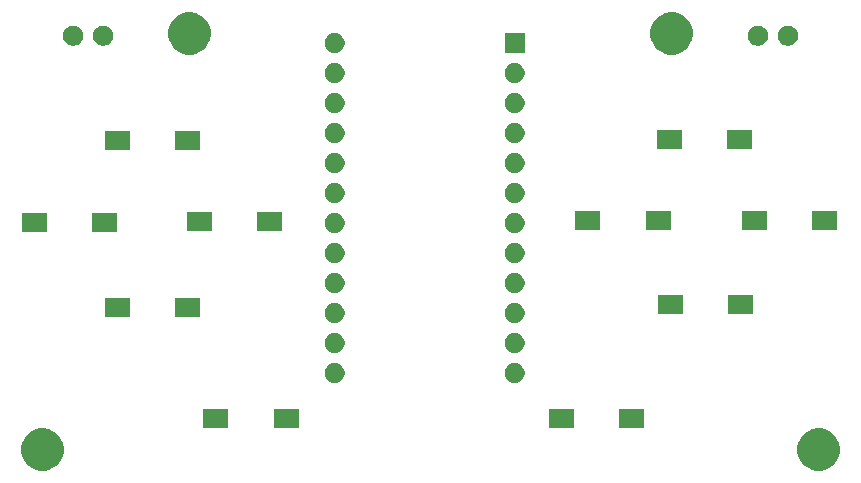
<source format=gbr>
G04 #@! TF.GenerationSoftware,KiCad,Pcbnew,5.0.2+dfsg1-1~bpo9+1*
G04 #@! TF.CreationDate,2018-12-22T15:32:15+00:00*
G04 #@! TF.ProjectId,arduino_controller,61726475-696e-46f5-9f63-6f6e74726f6c,rev?*
G04 #@! TF.SameCoordinates,Original*
G04 #@! TF.FileFunction,Soldermask,Top*
G04 #@! TF.FilePolarity,Negative*
%FSLAX46Y46*%
G04 Gerber Fmt 4.6, Leading zero omitted, Abs format (unit mm)*
G04 Created by KiCad (PCBNEW 5.0.2+dfsg1-1~bpo9+1) date Sat 22 Dec 2018 15:32:15 GMT*
%MOMM*%
%LPD*%
G01*
G04 APERTURE LIST*
%ADD10C,0.100000*%
G04 APERTURE END LIST*
D10*
G36*
X83773831Y-185212211D02*
X84101592Y-185347974D01*
X84396573Y-185545074D01*
X84647426Y-185795927D01*
X84844526Y-186090908D01*
X84980289Y-186418669D01*
X85049500Y-186766616D01*
X85049500Y-187121384D01*
X84980289Y-187469331D01*
X84844526Y-187797092D01*
X84647426Y-188092073D01*
X84396573Y-188342926D01*
X84101592Y-188540026D01*
X83773831Y-188675789D01*
X83425884Y-188745000D01*
X83071116Y-188745000D01*
X82723169Y-188675789D01*
X82395408Y-188540026D01*
X82100427Y-188342926D01*
X81849574Y-188092073D01*
X81652474Y-187797092D01*
X81516711Y-187469331D01*
X81447500Y-187121384D01*
X81447500Y-186766616D01*
X81516711Y-186418669D01*
X81652474Y-186090908D01*
X81849574Y-185795927D01*
X82100427Y-185545074D01*
X82395408Y-185347974D01*
X82723169Y-185212211D01*
X83071116Y-185143000D01*
X83425884Y-185143000D01*
X83773831Y-185212211D01*
X83773831Y-185212211D01*
G37*
G36*
X18051331Y-185212211D02*
X18379092Y-185347974D01*
X18674073Y-185545074D01*
X18924926Y-185795927D01*
X19122026Y-186090908D01*
X19257789Y-186418669D01*
X19327000Y-186766616D01*
X19327000Y-187121384D01*
X19257789Y-187469331D01*
X19122026Y-187797092D01*
X18924926Y-188092073D01*
X18674073Y-188342926D01*
X18379092Y-188540026D01*
X18051331Y-188675789D01*
X17703384Y-188745000D01*
X17348616Y-188745000D01*
X17000669Y-188675789D01*
X16672908Y-188540026D01*
X16377927Y-188342926D01*
X16127074Y-188092073D01*
X15929974Y-187797092D01*
X15794211Y-187469331D01*
X15725000Y-187121384D01*
X15725000Y-186766616D01*
X15794211Y-186418669D01*
X15929974Y-186090908D01*
X16127074Y-185795927D01*
X16377927Y-185545074D01*
X16672908Y-185347974D01*
X17000669Y-185212211D01*
X17348616Y-185143000D01*
X17703384Y-185143000D01*
X18051331Y-185212211D01*
X18051331Y-185212211D01*
G37*
G36*
X39214500Y-185141500D02*
X37112500Y-185141500D01*
X37112500Y-183539500D01*
X39214500Y-183539500D01*
X39214500Y-185141500D01*
X39214500Y-185141500D01*
G37*
G36*
X33245500Y-185141500D02*
X31143500Y-185141500D01*
X31143500Y-183539500D01*
X33245500Y-183539500D01*
X33245500Y-185141500D01*
X33245500Y-185141500D01*
G37*
G36*
X62519000Y-185078000D02*
X60417000Y-185078000D01*
X60417000Y-183476000D01*
X62519000Y-183476000D01*
X62519000Y-185078000D01*
X62519000Y-185078000D01*
G37*
G36*
X68488000Y-185078000D02*
X66386000Y-185078000D01*
X66386000Y-183476000D01*
X68488000Y-183476000D01*
X68488000Y-185078000D01*
X68488000Y-185078000D01*
G37*
G36*
X42513728Y-179631203D02*
X42668600Y-179695353D01*
X42807981Y-179788485D01*
X42926515Y-179907019D01*
X43019647Y-180046400D01*
X43083797Y-180201272D01*
X43116500Y-180365684D01*
X43116500Y-180533316D01*
X43083797Y-180697728D01*
X43019647Y-180852600D01*
X42926515Y-180991981D01*
X42807981Y-181110515D01*
X42668600Y-181203647D01*
X42513728Y-181267797D01*
X42349316Y-181300500D01*
X42181684Y-181300500D01*
X42017272Y-181267797D01*
X41862400Y-181203647D01*
X41723019Y-181110515D01*
X41604485Y-180991981D01*
X41511353Y-180852600D01*
X41447203Y-180697728D01*
X41414500Y-180533316D01*
X41414500Y-180365684D01*
X41447203Y-180201272D01*
X41511353Y-180046400D01*
X41604485Y-179907019D01*
X41723019Y-179788485D01*
X41862400Y-179695353D01*
X42017272Y-179631203D01*
X42181684Y-179598500D01*
X42349316Y-179598500D01*
X42513728Y-179631203D01*
X42513728Y-179631203D01*
G37*
G36*
X57753728Y-179631203D02*
X57908600Y-179695353D01*
X58047981Y-179788485D01*
X58166515Y-179907019D01*
X58259647Y-180046400D01*
X58323797Y-180201272D01*
X58356500Y-180365684D01*
X58356500Y-180533316D01*
X58323797Y-180697728D01*
X58259647Y-180852600D01*
X58166515Y-180991981D01*
X58047981Y-181110515D01*
X57908600Y-181203647D01*
X57753728Y-181267797D01*
X57589316Y-181300500D01*
X57421684Y-181300500D01*
X57257272Y-181267797D01*
X57102400Y-181203647D01*
X56963019Y-181110515D01*
X56844485Y-180991981D01*
X56751353Y-180852600D01*
X56687203Y-180697728D01*
X56654500Y-180533316D01*
X56654500Y-180365684D01*
X56687203Y-180201272D01*
X56751353Y-180046400D01*
X56844485Y-179907019D01*
X56963019Y-179788485D01*
X57102400Y-179695353D01*
X57257272Y-179631203D01*
X57421684Y-179598500D01*
X57589316Y-179598500D01*
X57753728Y-179631203D01*
X57753728Y-179631203D01*
G37*
G36*
X42513728Y-177091203D02*
X42668600Y-177155353D01*
X42807981Y-177248485D01*
X42926515Y-177367019D01*
X43019647Y-177506400D01*
X43083797Y-177661272D01*
X43116500Y-177825684D01*
X43116500Y-177993316D01*
X43083797Y-178157728D01*
X43019647Y-178312600D01*
X42926515Y-178451981D01*
X42807981Y-178570515D01*
X42668600Y-178663647D01*
X42513728Y-178727797D01*
X42349316Y-178760500D01*
X42181684Y-178760500D01*
X42017272Y-178727797D01*
X41862400Y-178663647D01*
X41723019Y-178570515D01*
X41604485Y-178451981D01*
X41511353Y-178312600D01*
X41447203Y-178157728D01*
X41414500Y-177993316D01*
X41414500Y-177825684D01*
X41447203Y-177661272D01*
X41511353Y-177506400D01*
X41604485Y-177367019D01*
X41723019Y-177248485D01*
X41862400Y-177155353D01*
X42017272Y-177091203D01*
X42181684Y-177058500D01*
X42349316Y-177058500D01*
X42513728Y-177091203D01*
X42513728Y-177091203D01*
G37*
G36*
X57753728Y-177091203D02*
X57908600Y-177155353D01*
X58047981Y-177248485D01*
X58166515Y-177367019D01*
X58259647Y-177506400D01*
X58323797Y-177661272D01*
X58356500Y-177825684D01*
X58356500Y-177993316D01*
X58323797Y-178157728D01*
X58259647Y-178312600D01*
X58166515Y-178451981D01*
X58047981Y-178570515D01*
X57908600Y-178663647D01*
X57753728Y-178727797D01*
X57589316Y-178760500D01*
X57421684Y-178760500D01*
X57257272Y-178727797D01*
X57102400Y-178663647D01*
X56963019Y-178570515D01*
X56844485Y-178451981D01*
X56751353Y-178312600D01*
X56687203Y-178157728D01*
X56654500Y-177993316D01*
X56654500Y-177825684D01*
X56687203Y-177661272D01*
X56751353Y-177506400D01*
X56844485Y-177367019D01*
X56963019Y-177248485D01*
X57102400Y-177155353D01*
X57257272Y-177091203D01*
X57421684Y-177058500D01*
X57589316Y-177058500D01*
X57753728Y-177091203D01*
X57753728Y-177091203D01*
G37*
G36*
X42513728Y-174551203D02*
X42668600Y-174615353D01*
X42807981Y-174708485D01*
X42926515Y-174827019D01*
X43019647Y-174966400D01*
X43083797Y-175121272D01*
X43116500Y-175285684D01*
X43116500Y-175453316D01*
X43083797Y-175617728D01*
X43019647Y-175772600D01*
X42926515Y-175911981D01*
X42807981Y-176030515D01*
X42668600Y-176123647D01*
X42513728Y-176187797D01*
X42349316Y-176220500D01*
X42181684Y-176220500D01*
X42017272Y-176187797D01*
X41862400Y-176123647D01*
X41723019Y-176030515D01*
X41604485Y-175911981D01*
X41511353Y-175772600D01*
X41447203Y-175617728D01*
X41414500Y-175453316D01*
X41414500Y-175285684D01*
X41447203Y-175121272D01*
X41511353Y-174966400D01*
X41604485Y-174827019D01*
X41723019Y-174708485D01*
X41862400Y-174615353D01*
X42017272Y-174551203D01*
X42181684Y-174518500D01*
X42349316Y-174518500D01*
X42513728Y-174551203D01*
X42513728Y-174551203D01*
G37*
G36*
X57753728Y-174551203D02*
X57908600Y-174615353D01*
X58047981Y-174708485D01*
X58166515Y-174827019D01*
X58259647Y-174966400D01*
X58323797Y-175121272D01*
X58356500Y-175285684D01*
X58356500Y-175453316D01*
X58323797Y-175617728D01*
X58259647Y-175772600D01*
X58166515Y-175911981D01*
X58047981Y-176030515D01*
X57908600Y-176123647D01*
X57753728Y-176187797D01*
X57589316Y-176220500D01*
X57421684Y-176220500D01*
X57257272Y-176187797D01*
X57102400Y-176123647D01*
X56963019Y-176030515D01*
X56844485Y-175911981D01*
X56751353Y-175772600D01*
X56687203Y-175617728D01*
X56654500Y-175453316D01*
X56654500Y-175285684D01*
X56687203Y-175121272D01*
X56751353Y-174966400D01*
X56844485Y-174827019D01*
X56963019Y-174708485D01*
X57102400Y-174615353D01*
X57257272Y-174551203D01*
X57421684Y-174518500D01*
X57589316Y-174518500D01*
X57753728Y-174551203D01*
X57753728Y-174551203D01*
G37*
G36*
X30896000Y-175680000D02*
X28794000Y-175680000D01*
X28794000Y-174078000D01*
X30896000Y-174078000D01*
X30896000Y-175680000D01*
X30896000Y-175680000D01*
G37*
G36*
X24927000Y-175680000D02*
X22825000Y-175680000D01*
X22825000Y-174078000D01*
X24927000Y-174078000D01*
X24927000Y-175680000D01*
X24927000Y-175680000D01*
G37*
G36*
X77695500Y-175426000D02*
X75593500Y-175426000D01*
X75593500Y-173824000D01*
X77695500Y-173824000D01*
X77695500Y-175426000D01*
X77695500Y-175426000D01*
G37*
G36*
X71726500Y-175426000D02*
X69624500Y-175426000D01*
X69624500Y-173824000D01*
X71726500Y-173824000D01*
X71726500Y-175426000D01*
X71726500Y-175426000D01*
G37*
G36*
X42513728Y-172011203D02*
X42668600Y-172075353D01*
X42807981Y-172168485D01*
X42926515Y-172287019D01*
X43019647Y-172426400D01*
X43083797Y-172581272D01*
X43116500Y-172745684D01*
X43116500Y-172913316D01*
X43083797Y-173077728D01*
X43019647Y-173232600D01*
X42926515Y-173371981D01*
X42807981Y-173490515D01*
X42668600Y-173583647D01*
X42513728Y-173647797D01*
X42349316Y-173680500D01*
X42181684Y-173680500D01*
X42017272Y-173647797D01*
X41862400Y-173583647D01*
X41723019Y-173490515D01*
X41604485Y-173371981D01*
X41511353Y-173232600D01*
X41447203Y-173077728D01*
X41414500Y-172913316D01*
X41414500Y-172745684D01*
X41447203Y-172581272D01*
X41511353Y-172426400D01*
X41604485Y-172287019D01*
X41723019Y-172168485D01*
X41862400Y-172075353D01*
X42017272Y-172011203D01*
X42181684Y-171978500D01*
X42349316Y-171978500D01*
X42513728Y-172011203D01*
X42513728Y-172011203D01*
G37*
G36*
X57753728Y-172011203D02*
X57908600Y-172075353D01*
X58047981Y-172168485D01*
X58166515Y-172287019D01*
X58259647Y-172426400D01*
X58323797Y-172581272D01*
X58356500Y-172745684D01*
X58356500Y-172913316D01*
X58323797Y-173077728D01*
X58259647Y-173232600D01*
X58166515Y-173371981D01*
X58047981Y-173490515D01*
X57908600Y-173583647D01*
X57753728Y-173647797D01*
X57589316Y-173680500D01*
X57421684Y-173680500D01*
X57257272Y-173647797D01*
X57102400Y-173583647D01*
X56963019Y-173490515D01*
X56844485Y-173371981D01*
X56751353Y-173232600D01*
X56687203Y-173077728D01*
X56654500Y-172913316D01*
X56654500Y-172745684D01*
X56687203Y-172581272D01*
X56751353Y-172426400D01*
X56844485Y-172287019D01*
X56963019Y-172168485D01*
X57102400Y-172075353D01*
X57257272Y-172011203D01*
X57421684Y-171978500D01*
X57589316Y-171978500D01*
X57753728Y-172011203D01*
X57753728Y-172011203D01*
G37*
G36*
X42513728Y-169471203D02*
X42668600Y-169535353D01*
X42807981Y-169628485D01*
X42926515Y-169747019D01*
X43019647Y-169886400D01*
X43083797Y-170041272D01*
X43116500Y-170205684D01*
X43116500Y-170373316D01*
X43083797Y-170537728D01*
X43019647Y-170692600D01*
X42926515Y-170831981D01*
X42807981Y-170950515D01*
X42668600Y-171043647D01*
X42513728Y-171107797D01*
X42349316Y-171140500D01*
X42181684Y-171140500D01*
X42017272Y-171107797D01*
X41862400Y-171043647D01*
X41723019Y-170950515D01*
X41604485Y-170831981D01*
X41511353Y-170692600D01*
X41447203Y-170537728D01*
X41414500Y-170373316D01*
X41414500Y-170205684D01*
X41447203Y-170041272D01*
X41511353Y-169886400D01*
X41604485Y-169747019D01*
X41723019Y-169628485D01*
X41862400Y-169535353D01*
X42017272Y-169471203D01*
X42181684Y-169438500D01*
X42349316Y-169438500D01*
X42513728Y-169471203D01*
X42513728Y-169471203D01*
G37*
G36*
X57753728Y-169471203D02*
X57908600Y-169535353D01*
X58047981Y-169628485D01*
X58166515Y-169747019D01*
X58259647Y-169886400D01*
X58323797Y-170041272D01*
X58356500Y-170205684D01*
X58356500Y-170373316D01*
X58323797Y-170537728D01*
X58259647Y-170692600D01*
X58166515Y-170831981D01*
X58047981Y-170950515D01*
X57908600Y-171043647D01*
X57753728Y-171107797D01*
X57589316Y-171140500D01*
X57421684Y-171140500D01*
X57257272Y-171107797D01*
X57102400Y-171043647D01*
X56963019Y-170950515D01*
X56844485Y-170831981D01*
X56751353Y-170692600D01*
X56687203Y-170537728D01*
X56654500Y-170373316D01*
X56654500Y-170205684D01*
X56687203Y-170041272D01*
X56751353Y-169886400D01*
X56844485Y-169747019D01*
X56963019Y-169628485D01*
X57102400Y-169535353D01*
X57257272Y-169471203D01*
X57421684Y-169438500D01*
X57589316Y-169438500D01*
X57753728Y-169471203D01*
X57753728Y-169471203D01*
G37*
G36*
X42513728Y-166931203D02*
X42668600Y-166995353D01*
X42807981Y-167088485D01*
X42926515Y-167207019D01*
X43019647Y-167346400D01*
X43083797Y-167501272D01*
X43116500Y-167665684D01*
X43116500Y-167833316D01*
X43083797Y-167997728D01*
X43019647Y-168152600D01*
X42926515Y-168291981D01*
X42807981Y-168410515D01*
X42668600Y-168503647D01*
X42513728Y-168567797D01*
X42349316Y-168600500D01*
X42181684Y-168600500D01*
X42017272Y-168567797D01*
X41862400Y-168503647D01*
X41723019Y-168410515D01*
X41604485Y-168291981D01*
X41511353Y-168152600D01*
X41447203Y-167997728D01*
X41414500Y-167833316D01*
X41414500Y-167665684D01*
X41447203Y-167501272D01*
X41511353Y-167346400D01*
X41604485Y-167207019D01*
X41723019Y-167088485D01*
X41862400Y-166995353D01*
X42017272Y-166931203D01*
X42181684Y-166898500D01*
X42349316Y-166898500D01*
X42513728Y-166931203D01*
X42513728Y-166931203D01*
G37*
G36*
X57753728Y-166931203D02*
X57908600Y-166995353D01*
X58047981Y-167088485D01*
X58166515Y-167207019D01*
X58259647Y-167346400D01*
X58323797Y-167501272D01*
X58356500Y-167665684D01*
X58356500Y-167833316D01*
X58323797Y-167997728D01*
X58259647Y-168152600D01*
X58166515Y-168291981D01*
X58047981Y-168410515D01*
X57908600Y-168503647D01*
X57753728Y-168567797D01*
X57589316Y-168600500D01*
X57421684Y-168600500D01*
X57257272Y-168567797D01*
X57102400Y-168503647D01*
X56963019Y-168410515D01*
X56844485Y-168291981D01*
X56751353Y-168152600D01*
X56687203Y-167997728D01*
X56654500Y-167833316D01*
X56654500Y-167665684D01*
X56687203Y-167501272D01*
X56751353Y-167346400D01*
X56844485Y-167207019D01*
X56963019Y-167088485D01*
X57102400Y-166995353D01*
X57257272Y-166931203D01*
X57421684Y-166898500D01*
X57589316Y-166898500D01*
X57753728Y-166931203D01*
X57753728Y-166931203D01*
G37*
G36*
X17878500Y-168504500D02*
X15776500Y-168504500D01*
X15776500Y-166902500D01*
X17878500Y-166902500D01*
X17878500Y-168504500D01*
X17878500Y-168504500D01*
G37*
G36*
X23847500Y-168504500D02*
X21745500Y-168504500D01*
X21745500Y-166902500D01*
X23847500Y-166902500D01*
X23847500Y-168504500D01*
X23847500Y-168504500D01*
G37*
G36*
X37817500Y-168441000D02*
X35715500Y-168441000D01*
X35715500Y-166839000D01*
X37817500Y-166839000D01*
X37817500Y-168441000D01*
X37817500Y-168441000D01*
G37*
G36*
X31848500Y-168441000D02*
X29746500Y-168441000D01*
X29746500Y-166839000D01*
X31848500Y-166839000D01*
X31848500Y-168441000D01*
X31848500Y-168441000D01*
G37*
G36*
X64741500Y-168377500D02*
X62639500Y-168377500D01*
X62639500Y-166775500D01*
X64741500Y-166775500D01*
X64741500Y-168377500D01*
X64741500Y-168377500D01*
G37*
G36*
X70710500Y-168377500D02*
X68608500Y-168377500D01*
X68608500Y-166775500D01*
X70710500Y-166775500D01*
X70710500Y-168377500D01*
X70710500Y-168377500D01*
G37*
G36*
X78838500Y-168314000D02*
X76736500Y-168314000D01*
X76736500Y-166712000D01*
X78838500Y-166712000D01*
X78838500Y-168314000D01*
X78838500Y-168314000D01*
G37*
G36*
X84807500Y-168314000D02*
X82705500Y-168314000D01*
X82705500Y-166712000D01*
X84807500Y-166712000D01*
X84807500Y-168314000D01*
X84807500Y-168314000D01*
G37*
G36*
X57753728Y-164391203D02*
X57908600Y-164455353D01*
X58047981Y-164548485D01*
X58166515Y-164667019D01*
X58259647Y-164806400D01*
X58323797Y-164961272D01*
X58356500Y-165125684D01*
X58356500Y-165293316D01*
X58323797Y-165457728D01*
X58259647Y-165612600D01*
X58166515Y-165751981D01*
X58047981Y-165870515D01*
X57908600Y-165963647D01*
X57753728Y-166027797D01*
X57589316Y-166060500D01*
X57421684Y-166060500D01*
X57257272Y-166027797D01*
X57102400Y-165963647D01*
X56963019Y-165870515D01*
X56844485Y-165751981D01*
X56751353Y-165612600D01*
X56687203Y-165457728D01*
X56654500Y-165293316D01*
X56654500Y-165125684D01*
X56687203Y-164961272D01*
X56751353Y-164806400D01*
X56844485Y-164667019D01*
X56963019Y-164548485D01*
X57102400Y-164455353D01*
X57257272Y-164391203D01*
X57421684Y-164358500D01*
X57589316Y-164358500D01*
X57753728Y-164391203D01*
X57753728Y-164391203D01*
G37*
G36*
X42513728Y-164391203D02*
X42668600Y-164455353D01*
X42807981Y-164548485D01*
X42926515Y-164667019D01*
X43019647Y-164806400D01*
X43083797Y-164961272D01*
X43116500Y-165125684D01*
X43116500Y-165293316D01*
X43083797Y-165457728D01*
X43019647Y-165612600D01*
X42926515Y-165751981D01*
X42807981Y-165870515D01*
X42668600Y-165963647D01*
X42513728Y-166027797D01*
X42349316Y-166060500D01*
X42181684Y-166060500D01*
X42017272Y-166027797D01*
X41862400Y-165963647D01*
X41723019Y-165870515D01*
X41604485Y-165751981D01*
X41511353Y-165612600D01*
X41447203Y-165457728D01*
X41414500Y-165293316D01*
X41414500Y-165125684D01*
X41447203Y-164961272D01*
X41511353Y-164806400D01*
X41604485Y-164667019D01*
X41723019Y-164548485D01*
X41862400Y-164455353D01*
X42017272Y-164391203D01*
X42181684Y-164358500D01*
X42349316Y-164358500D01*
X42513728Y-164391203D01*
X42513728Y-164391203D01*
G37*
G36*
X57753728Y-161851203D02*
X57908600Y-161915353D01*
X58047981Y-162008485D01*
X58166515Y-162127019D01*
X58259647Y-162266400D01*
X58323797Y-162421272D01*
X58356500Y-162585684D01*
X58356500Y-162753316D01*
X58323797Y-162917728D01*
X58259647Y-163072600D01*
X58166515Y-163211981D01*
X58047981Y-163330515D01*
X57908600Y-163423647D01*
X57753728Y-163487797D01*
X57589316Y-163520500D01*
X57421684Y-163520500D01*
X57257272Y-163487797D01*
X57102400Y-163423647D01*
X56963019Y-163330515D01*
X56844485Y-163211981D01*
X56751353Y-163072600D01*
X56687203Y-162917728D01*
X56654500Y-162753316D01*
X56654500Y-162585684D01*
X56687203Y-162421272D01*
X56751353Y-162266400D01*
X56844485Y-162127019D01*
X56963019Y-162008485D01*
X57102400Y-161915353D01*
X57257272Y-161851203D01*
X57421684Y-161818500D01*
X57589316Y-161818500D01*
X57753728Y-161851203D01*
X57753728Y-161851203D01*
G37*
G36*
X42513728Y-161851203D02*
X42668600Y-161915353D01*
X42807981Y-162008485D01*
X42926515Y-162127019D01*
X43019647Y-162266400D01*
X43083797Y-162421272D01*
X43116500Y-162585684D01*
X43116500Y-162753316D01*
X43083797Y-162917728D01*
X43019647Y-163072600D01*
X42926515Y-163211981D01*
X42807981Y-163330515D01*
X42668600Y-163423647D01*
X42513728Y-163487797D01*
X42349316Y-163520500D01*
X42181684Y-163520500D01*
X42017272Y-163487797D01*
X41862400Y-163423647D01*
X41723019Y-163330515D01*
X41604485Y-163211981D01*
X41511353Y-163072600D01*
X41447203Y-162917728D01*
X41414500Y-162753316D01*
X41414500Y-162585684D01*
X41447203Y-162421272D01*
X41511353Y-162266400D01*
X41604485Y-162127019D01*
X41723019Y-162008485D01*
X41862400Y-161915353D01*
X42017272Y-161851203D01*
X42181684Y-161818500D01*
X42349316Y-161818500D01*
X42513728Y-161851203D01*
X42513728Y-161851203D01*
G37*
G36*
X30896000Y-161583000D02*
X28794000Y-161583000D01*
X28794000Y-159981000D01*
X30896000Y-159981000D01*
X30896000Y-161583000D01*
X30896000Y-161583000D01*
G37*
G36*
X24927000Y-161583000D02*
X22825000Y-161583000D01*
X22825000Y-159981000D01*
X24927000Y-159981000D01*
X24927000Y-161583000D01*
X24927000Y-161583000D01*
G37*
G36*
X77632000Y-161456000D02*
X75530000Y-161456000D01*
X75530000Y-159854000D01*
X77632000Y-159854000D01*
X77632000Y-161456000D01*
X77632000Y-161456000D01*
G37*
G36*
X71663000Y-161456000D02*
X69561000Y-161456000D01*
X69561000Y-159854000D01*
X71663000Y-159854000D01*
X71663000Y-161456000D01*
X71663000Y-161456000D01*
G37*
G36*
X57753728Y-159311203D02*
X57908600Y-159375353D01*
X58047981Y-159468485D01*
X58166515Y-159587019D01*
X58259647Y-159726400D01*
X58323797Y-159881272D01*
X58356500Y-160045684D01*
X58356500Y-160213316D01*
X58323797Y-160377728D01*
X58259647Y-160532600D01*
X58166515Y-160671981D01*
X58047981Y-160790515D01*
X57908600Y-160883647D01*
X57753728Y-160947797D01*
X57589316Y-160980500D01*
X57421684Y-160980500D01*
X57257272Y-160947797D01*
X57102400Y-160883647D01*
X56963019Y-160790515D01*
X56844485Y-160671981D01*
X56751353Y-160532600D01*
X56687203Y-160377728D01*
X56654500Y-160213316D01*
X56654500Y-160045684D01*
X56687203Y-159881272D01*
X56751353Y-159726400D01*
X56844485Y-159587019D01*
X56963019Y-159468485D01*
X57102400Y-159375353D01*
X57257272Y-159311203D01*
X57421684Y-159278500D01*
X57589316Y-159278500D01*
X57753728Y-159311203D01*
X57753728Y-159311203D01*
G37*
G36*
X42513728Y-159311203D02*
X42668600Y-159375353D01*
X42807981Y-159468485D01*
X42926515Y-159587019D01*
X43019647Y-159726400D01*
X43083797Y-159881272D01*
X43116500Y-160045684D01*
X43116500Y-160213316D01*
X43083797Y-160377728D01*
X43019647Y-160532600D01*
X42926515Y-160671981D01*
X42807981Y-160790515D01*
X42668600Y-160883647D01*
X42513728Y-160947797D01*
X42349316Y-160980500D01*
X42181684Y-160980500D01*
X42017272Y-160947797D01*
X41862400Y-160883647D01*
X41723019Y-160790515D01*
X41604485Y-160671981D01*
X41511353Y-160532600D01*
X41447203Y-160377728D01*
X41414500Y-160213316D01*
X41414500Y-160045684D01*
X41447203Y-159881272D01*
X41511353Y-159726400D01*
X41604485Y-159587019D01*
X41723019Y-159468485D01*
X41862400Y-159375353D01*
X42017272Y-159311203D01*
X42181684Y-159278500D01*
X42349316Y-159278500D01*
X42513728Y-159311203D01*
X42513728Y-159311203D01*
G37*
G36*
X57753728Y-156771203D02*
X57908600Y-156835353D01*
X58047981Y-156928485D01*
X58166515Y-157047019D01*
X58259647Y-157186400D01*
X58323797Y-157341272D01*
X58356500Y-157505684D01*
X58356500Y-157673316D01*
X58323797Y-157837728D01*
X58259647Y-157992600D01*
X58166515Y-158131981D01*
X58047981Y-158250515D01*
X57908600Y-158343647D01*
X57753728Y-158407797D01*
X57589316Y-158440500D01*
X57421684Y-158440500D01*
X57257272Y-158407797D01*
X57102400Y-158343647D01*
X56963019Y-158250515D01*
X56844485Y-158131981D01*
X56751353Y-157992600D01*
X56687203Y-157837728D01*
X56654500Y-157673316D01*
X56654500Y-157505684D01*
X56687203Y-157341272D01*
X56751353Y-157186400D01*
X56844485Y-157047019D01*
X56963019Y-156928485D01*
X57102400Y-156835353D01*
X57257272Y-156771203D01*
X57421684Y-156738500D01*
X57589316Y-156738500D01*
X57753728Y-156771203D01*
X57753728Y-156771203D01*
G37*
G36*
X42513728Y-156771203D02*
X42668600Y-156835353D01*
X42807981Y-156928485D01*
X42926515Y-157047019D01*
X43019647Y-157186400D01*
X43083797Y-157341272D01*
X43116500Y-157505684D01*
X43116500Y-157673316D01*
X43083797Y-157837728D01*
X43019647Y-157992600D01*
X42926515Y-158131981D01*
X42807981Y-158250515D01*
X42668600Y-158343647D01*
X42513728Y-158407797D01*
X42349316Y-158440500D01*
X42181684Y-158440500D01*
X42017272Y-158407797D01*
X41862400Y-158343647D01*
X41723019Y-158250515D01*
X41604485Y-158131981D01*
X41511353Y-157992600D01*
X41447203Y-157837728D01*
X41414500Y-157673316D01*
X41414500Y-157505684D01*
X41447203Y-157341272D01*
X41511353Y-157186400D01*
X41604485Y-157047019D01*
X41723019Y-156928485D01*
X41862400Y-156835353D01*
X42017272Y-156771203D01*
X42181684Y-156738500D01*
X42349316Y-156738500D01*
X42513728Y-156771203D01*
X42513728Y-156771203D01*
G37*
G36*
X42513728Y-154231203D02*
X42668600Y-154295353D01*
X42807981Y-154388485D01*
X42926515Y-154507019D01*
X43019647Y-154646400D01*
X43083797Y-154801272D01*
X43116500Y-154965684D01*
X43116500Y-155133316D01*
X43083797Y-155297728D01*
X43019647Y-155452600D01*
X42926515Y-155591981D01*
X42807981Y-155710515D01*
X42668600Y-155803647D01*
X42513728Y-155867797D01*
X42349316Y-155900500D01*
X42181684Y-155900500D01*
X42017272Y-155867797D01*
X41862400Y-155803647D01*
X41723019Y-155710515D01*
X41604485Y-155591981D01*
X41511353Y-155452600D01*
X41447203Y-155297728D01*
X41414500Y-155133316D01*
X41414500Y-154965684D01*
X41447203Y-154801272D01*
X41511353Y-154646400D01*
X41604485Y-154507019D01*
X41723019Y-154388485D01*
X41862400Y-154295353D01*
X42017272Y-154231203D01*
X42181684Y-154198500D01*
X42349316Y-154198500D01*
X42513728Y-154231203D01*
X42513728Y-154231203D01*
G37*
G36*
X57753728Y-154231203D02*
X57908600Y-154295353D01*
X58047981Y-154388485D01*
X58166515Y-154507019D01*
X58259647Y-154646400D01*
X58323797Y-154801272D01*
X58356500Y-154965684D01*
X58356500Y-155133316D01*
X58323797Y-155297728D01*
X58259647Y-155452600D01*
X58166515Y-155591981D01*
X58047981Y-155710515D01*
X57908600Y-155803647D01*
X57753728Y-155867797D01*
X57589316Y-155900500D01*
X57421684Y-155900500D01*
X57257272Y-155867797D01*
X57102400Y-155803647D01*
X56963019Y-155710515D01*
X56844485Y-155591981D01*
X56751353Y-155452600D01*
X56687203Y-155297728D01*
X56654500Y-155133316D01*
X56654500Y-154965684D01*
X56687203Y-154801272D01*
X56751353Y-154646400D01*
X56844485Y-154507019D01*
X56963019Y-154388485D01*
X57102400Y-154295353D01*
X57257272Y-154231203D01*
X57421684Y-154198500D01*
X57589316Y-154198500D01*
X57753728Y-154231203D01*
X57753728Y-154231203D01*
G37*
G36*
X71327831Y-149969711D02*
X71655592Y-150105474D01*
X71950573Y-150302574D01*
X72201426Y-150553427D01*
X72398526Y-150848408D01*
X72534289Y-151176169D01*
X72603500Y-151524116D01*
X72603500Y-151878884D01*
X72534289Y-152226831D01*
X72398526Y-152554592D01*
X72201426Y-152849573D01*
X71950573Y-153100426D01*
X71655592Y-153297526D01*
X71327831Y-153433289D01*
X70979884Y-153502500D01*
X70625116Y-153502500D01*
X70277169Y-153433289D01*
X69949408Y-153297526D01*
X69654427Y-153100426D01*
X69403574Y-152849573D01*
X69206474Y-152554592D01*
X69070711Y-152226831D01*
X69001500Y-151878884D01*
X69001500Y-151524116D01*
X69070711Y-151176169D01*
X69206474Y-150848408D01*
X69403574Y-150553427D01*
X69654427Y-150302574D01*
X69949408Y-150105474D01*
X70277169Y-149969711D01*
X70625116Y-149900500D01*
X70979884Y-149900500D01*
X71327831Y-149969711D01*
X71327831Y-149969711D01*
G37*
G36*
X30497331Y-149969711D02*
X30825092Y-150105474D01*
X31120073Y-150302574D01*
X31370926Y-150553427D01*
X31568026Y-150848408D01*
X31703789Y-151176169D01*
X31773000Y-151524116D01*
X31773000Y-151878884D01*
X31703789Y-152226831D01*
X31568026Y-152554592D01*
X31370926Y-152849573D01*
X31120073Y-153100426D01*
X30825092Y-153297526D01*
X30497331Y-153433289D01*
X30149384Y-153502500D01*
X29794616Y-153502500D01*
X29446669Y-153433289D01*
X29118908Y-153297526D01*
X28823927Y-153100426D01*
X28573074Y-152849573D01*
X28375974Y-152554592D01*
X28240211Y-152226831D01*
X28171000Y-151878884D01*
X28171000Y-151524116D01*
X28240211Y-151176169D01*
X28375974Y-150848408D01*
X28573074Y-150553427D01*
X28823927Y-150302574D01*
X29118908Y-150105474D01*
X29446669Y-149969711D01*
X29794616Y-149900500D01*
X30149384Y-149900500D01*
X30497331Y-149969711D01*
X30497331Y-149969711D01*
G37*
G36*
X42513728Y-151691203D02*
X42668600Y-151755353D01*
X42807981Y-151848485D01*
X42926515Y-151967019D01*
X43019647Y-152106400D01*
X43083797Y-152261272D01*
X43116500Y-152425684D01*
X43116500Y-152593316D01*
X43083797Y-152757728D01*
X43019647Y-152912600D01*
X42926515Y-153051981D01*
X42807981Y-153170515D01*
X42668600Y-153263647D01*
X42513728Y-153327797D01*
X42349316Y-153360500D01*
X42181684Y-153360500D01*
X42017272Y-153327797D01*
X41862400Y-153263647D01*
X41723019Y-153170515D01*
X41604485Y-153051981D01*
X41511353Y-152912600D01*
X41447203Y-152757728D01*
X41414500Y-152593316D01*
X41414500Y-152425684D01*
X41447203Y-152261272D01*
X41511353Y-152106400D01*
X41604485Y-151967019D01*
X41723019Y-151848485D01*
X41862400Y-151755353D01*
X42017272Y-151691203D01*
X42181684Y-151658500D01*
X42349316Y-151658500D01*
X42513728Y-151691203D01*
X42513728Y-151691203D01*
G37*
G36*
X58356500Y-153360500D02*
X56654500Y-153360500D01*
X56654500Y-151658500D01*
X58356500Y-151658500D01*
X58356500Y-153360500D01*
X58356500Y-153360500D01*
G37*
G36*
X20377728Y-151073703D02*
X20532600Y-151137853D01*
X20671981Y-151230985D01*
X20790515Y-151349519D01*
X20883647Y-151488900D01*
X20947797Y-151643772D01*
X20980500Y-151808184D01*
X20980500Y-151975816D01*
X20947797Y-152140228D01*
X20883647Y-152295100D01*
X20790515Y-152434481D01*
X20671981Y-152553015D01*
X20532600Y-152646147D01*
X20377728Y-152710297D01*
X20213316Y-152743000D01*
X20045684Y-152743000D01*
X19881272Y-152710297D01*
X19726400Y-152646147D01*
X19587019Y-152553015D01*
X19468485Y-152434481D01*
X19375353Y-152295100D01*
X19311203Y-152140228D01*
X19278500Y-151975816D01*
X19278500Y-151808184D01*
X19311203Y-151643772D01*
X19375353Y-151488900D01*
X19468485Y-151349519D01*
X19587019Y-151230985D01*
X19726400Y-151137853D01*
X19881272Y-151073703D01*
X20045684Y-151041000D01*
X20213316Y-151041000D01*
X20377728Y-151073703D01*
X20377728Y-151073703D01*
G37*
G36*
X22917728Y-151073703D02*
X23072600Y-151137853D01*
X23211981Y-151230985D01*
X23330515Y-151349519D01*
X23423647Y-151488900D01*
X23487797Y-151643772D01*
X23520500Y-151808184D01*
X23520500Y-151975816D01*
X23487797Y-152140228D01*
X23423647Y-152295100D01*
X23330515Y-152434481D01*
X23211981Y-152553015D01*
X23072600Y-152646147D01*
X22917728Y-152710297D01*
X22753316Y-152743000D01*
X22585684Y-152743000D01*
X22421272Y-152710297D01*
X22266400Y-152646147D01*
X22127019Y-152553015D01*
X22008485Y-152434481D01*
X21915353Y-152295100D01*
X21851203Y-152140228D01*
X21818500Y-151975816D01*
X21818500Y-151808184D01*
X21851203Y-151643772D01*
X21915353Y-151488900D01*
X22008485Y-151349519D01*
X22127019Y-151230985D01*
X22266400Y-151137853D01*
X22421272Y-151073703D01*
X22585684Y-151041000D01*
X22753316Y-151041000D01*
X22917728Y-151073703D01*
X22917728Y-151073703D01*
G37*
G36*
X78353228Y-151073703D02*
X78508100Y-151137853D01*
X78647481Y-151230985D01*
X78766015Y-151349519D01*
X78859147Y-151488900D01*
X78923297Y-151643772D01*
X78956000Y-151808184D01*
X78956000Y-151975816D01*
X78923297Y-152140228D01*
X78859147Y-152295100D01*
X78766015Y-152434481D01*
X78647481Y-152553015D01*
X78508100Y-152646147D01*
X78353228Y-152710297D01*
X78188816Y-152743000D01*
X78021184Y-152743000D01*
X77856772Y-152710297D01*
X77701900Y-152646147D01*
X77562519Y-152553015D01*
X77443985Y-152434481D01*
X77350853Y-152295100D01*
X77286703Y-152140228D01*
X77254000Y-151975816D01*
X77254000Y-151808184D01*
X77286703Y-151643772D01*
X77350853Y-151488900D01*
X77443985Y-151349519D01*
X77562519Y-151230985D01*
X77701900Y-151137853D01*
X77856772Y-151073703D01*
X78021184Y-151041000D01*
X78188816Y-151041000D01*
X78353228Y-151073703D01*
X78353228Y-151073703D01*
G37*
G36*
X80893228Y-151073703D02*
X81048100Y-151137853D01*
X81187481Y-151230985D01*
X81306015Y-151349519D01*
X81399147Y-151488900D01*
X81463297Y-151643772D01*
X81496000Y-151808184D01*
X81496000Y-151975816D01*
X81463297Y-152140228D01*
X81399147Y-152295100D01*
X81306015Y-152434481D01*
X81187481Y-152553015D01*
X81048100Y-152646147D01*
X80893228Y-152710297D01*
X80728816Y-152743000D01*
X80561184Y-152743000D01*
X80396772Y-152710297D01*
X80241900Y-152646147D01*
X80102519Y-152553015D01*
X79983985Y-152434481D01*
X79890853Y-152295100D01*
X79826703Y-152140228D01*
X79794000Y-151975816D01*
X79794000Y-151808184D01*
X79826703Y-151643772D01*
X79890853Y-151488900D01*
X79983985Y-151349519D01*
X80102519Y-151230985D01*
X80241900Y-151137853D01*
X80396772Y-151073703D01*
X80561184Y-151041000D01*
X80728816Y-151041000D01*
X80893228Y-151073703D01*
X80893228Y-151073703D01*
G37*
M02*

</source>
